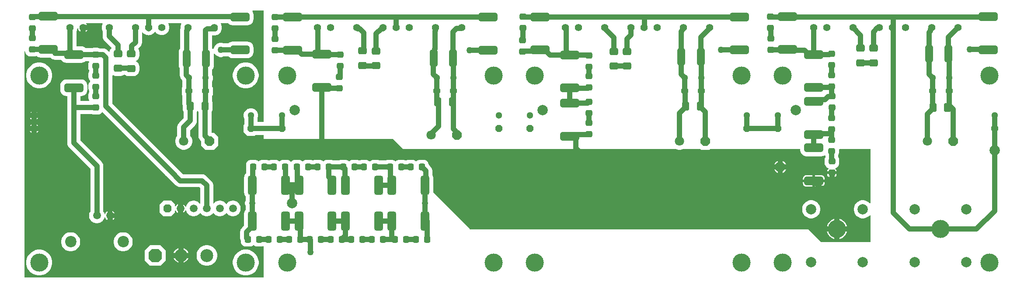
<source format=gbr>
%TF.GenerationSoftware,Altium Limited,Altium Designer,21.6.4 (81)*%
G04 Layer_Physical_Order=1*
G04 Layer_Color=255*
%FSLAX45Y45*%
%MOMM*%
%TF.SameCoordinates,E19561C2-E2DB-472D-B720-4EF24A879867*%
%TF.FilePolarity,Positive*%
%TF.FileFunction,Copper,L1,Top,Signal*%
%TF.Part,Single*%
G01*
G75*
%TA.AperFunction,SMDPad,CuDef*%
G04:AMPARAMS|DCode=10|XSize=3.7mm|YSize=1.7mm|CornerRadius=0.425mm|HoleSize=0mm|Usage=FLASHONLY|Rotation=90.000|XOffset=0mm|YOffset=0mm|HoleType=Round|Shape=RoundedRectangle|*
%AMROUNDEDRECTD10*
21,1,3.70000,0.85000,0,0,90.0*
21,1,2.85000,1.70000,0,0,90.0*
1,1,0.85000,0.42500,1.42500*
1,1,0.85000,0.42500,-1.42500*
1,1,0.85000,-0.42500,-1.42500*
1,1,0.85000,-0.42500,1.42500*
%
%ADD10ROUNDEDRECTD10*%
G04:AMPARAMS|DCode=11|XSize=1.2mm|YSize=1.3mm|CornerRadius=0.3mm|HoleSize=0mm|Usage=FLASHONLY|Rotation=90.000|XOffset=0mm|YOffset=0mm|HoleType=Round|Shape=RoundedRectangle|*
%AMROUNDEDRECTD11*
21,1,1.20000,0.70000,0,0,90.0*
21,1,0.60000,1.30000,0,0,90.0*
1,1,0.60000,0.35000,0.30000*
1,1,0.60000,0.35000,-0.30000*
1,1,0.60000,-0.35000,-0.30000*
1,1,0.60000,-0.35000,0.30000*
%
%ADD11ROUNDEDRECTD11*%
G04:AMPARAMS|DCode=12|XSize=3.3mm|YSize=1.5mm|CornerRadius=0.375mm|HoleSize=0mm|Usage=FLASHONLY|Rotation=90.000|XOffset=0mm|YOffset=0mm|HoleType=Round|Shape=RoundedRectangle|*
%AMROUNDEDRECTD12*
21,1,3.30000,0.75000,0,0,90.0*
21,1,2.55000,1.50000,0,0,90.0*
1,1,0.75000,0.37500,1.27500*
1,1,0.75000,0.37500,-1.27500*
1,1,0.75000,-0.37500,-1.27500*
1,1,0.75000,-0.37500,1.27500*
%
%ADD12ROUNDEDRECTD12*%
G04:AMPARAMS|DCode=13|XSize=1.2mm|YSize=1.3mm|CornerRadius=0.3mm|HoleSize=0mm|Usage=FLASHONLY|Rotation=180.000|XOffset=0mm|YOffset=0mm|HoleType=Round|Shape=RoundedRectangle|*
%AMROUNDEDRECTD13*
21,1,1.20000,0.70000,0,0,180.0*
21,1,0.60000,1.30000,0,0,180.0*
1,1,0.60000,-0.30000,0.35000*
1,1,0.60000,0.30000,0.35000*
1,1,0.60000,0.30000,-0.35000*
1,1,0.60000,-0.30000,-0.35000*
%
%ADD13ROUNDEDRECTD13*%
G04:AMPARAMS|DCode=14|XSize=3.7mm|YSize=1.7mm|CornerRadius=0.425mm|HoleSize=0mm|Usage=FLASHONLY|Rotation=180.000|XOffset=0mm|YOffset=0mm|HoleType=Round|Shape=RoundedRectangle|*
%AMROUNDEDRECTD14*
21,1,3.70000,0.85000,0,0,180.0*
21,1,2.85000,1.70000,0,0,180.0*
1,1,0.85000,-1.42500,0.42500*
1,1,0.85000,1.42500,0.42500*
1,1,0.85000,1.42500,-0.42500*
1,1,0.85000,-1.42500,-0.42500*
%
%ADD14ROUNDEDRECTD14*%
G04:AMPARAMS|DCode=15|XSize=1.7mm|YSize=1.4mm|CornerRadius=0.35mm|HoleSize=0mm|Usage=FLASHONLY|Rotation=180.000|XOffset=0mm|YOffset=0mm|HoleType=Round|Shape=RoundedRectangle|*
%AMROUNDEDRECTD15*
21,1,1.70000,0.70000,0,0,180.0*
21,1,1.00000,1.40000,0,0,180.0*
1,1,0.70000,-0.50000,0.35000*
1,1,0.70000,0.50000,0.35000*
1,1,0.70000,0.50000,-0.35000*
1,1,0.70000,-0.50000,-0.35000*
%
%ADD15ROUNDEDRECTD15*%
G04:AMPARAMS|DCode=16|XSize=1.7mm|YSize=1.4mm|CornerRadius=0.35mm|HoleSize=0mm|Usage=FLASHONLY|Rotation=90.000|XOffset=0mm|YOffset=0mm|HoleType=Round|Shape=RoundedRectangle|*
%AMROUNDEDRECTD16*
21,1,1.70000,0.70000,0,0,90.0*
21,1,1.00000,1.40000,0,0,90.0*
1,1,0.70000,0.35000,0.50000*
1,1,0.70000,0.35000,-0.50000*
1,1,0.70000,-0.35000,-0.50000*
1,1,0.70000,-0.35000,0.50000*
%
%ADD16ROUNDEDRECTD16*%
%TA.AperFunction,Conductor*%
%ADD17C,1.00000*%
%TA.AperFunction,ComponentPad*%
%ADD18C,1.42240*%
%ADD19C,2.00000*%
G04:AMPARAMS|DCode=20|XSize=1.8mm|YSize=1.8mm|CornerRadius=0mm|HoleSize=0mm|Usage=FLASHONLY|Rotation=180.000|XOffset=0mm|YOffset=0mm|HoleType=Round|Shape=Octagon|*
%AMOCTAGOND20*
4,1,8,-0.90000,0.45000,-0.90000,-0.45000,-0.45000,-0.90000,0.45000,-0.90000,0.90000,-0.45000,0.90000,0.45000,0.45000,0.90000,-0.45000,0.90000,-0.90000,0.45000,0.0*
%
%ADD20OCTAGOND20*%

%ADD21C,1.80000*%
%ADD22C,1.50000*%
G04:AMPARAMS|DCode=23|XSize=1.5mm|YSize=1.5mm|CornerRadius=0mm|HoleSize=0mm|Usage=FLASHONLY|Rotation=180.000|XOffset=0mm|YOffset=0mm|HoleType=Round|Shape=Octagon|*
%AMOCTAGOND23*
4,1,8,-0.75000,0.37500,-0.75000,-0.37500,-0.37500,-0.75000,0.37500,-0.75000,0.75000,-0.37500,0.75000,0.37500,0.37500,0.75000,-0.37500,0.75000,-0.75000,0.37500,0.0*
%
%ADD23OCTAGOND23*%

%ADD24C,2.20000*%
G04:AMPARAMS|DCode=25|XSize=1.3mm|YSize=1.3mm|CornerRadius=0mm|HoleSize=0mm|Usage=FLASHONLY|Rotation=270.000|XOffset=0mm|YOffset=0mm|HoleType=Round|Shape=Octagon|*
%AMOCTAGOND25*
4,1,8,-0.32500,-0.65000,0.32500,-0.65000,0.65000,-0.32500,0.65000,0.32500,0.32500,0.65000,-0.32500,0.65000,-0.65000,0.32500,-0.65000,-0.32500,-0.32500,-0.65000,0.0*
%
%ADD25OCTAGOND25*%

%ADD26C,1.30000*%
%ADD27C,3.50000*%
%TA.AperFunction,ViaPad*%
%ADD28C,3.50000*%
%TA.AperFunction,ComponentPad*%
G04:AMPARAMS|DCode=29|XSize=2.5mm|YSize=2.5mm|CornerRadius=0mm|HoleSize=0mm|Usage=FLASHONLY|Rotation=0.000|XOffset=0mm|YOffset=0mm|HoleType=Round|Shape=Octagon|*
%AMOCTAGOND29*
4,1,8,1.25000,-0.62500,1.25000,0.62500,0.62500,1.25000,-0.62500,1.25000,-1.25000,0.62500,-1.25000,-0.62500,-0.62500,-1.25000,0.62500,-1.25000,1.25000,-0.62500,0.0*
%
%ADD29OCTAGOND29*%

%ADD30C,2.50000*%
%TA.AperFunction,ViaPad*%
%ADD31C,0.80000*%
%ADD32C,1.27000*%
G36*
X4694920Y-2227921D02*
X4576079D01*
Y-2161625D01*
X4580459Y-2154038D01*
X4590000Y-2118431D01*
Y-2081569D01*
X4580459Y-2045962D01*
X4562028Y-2014038D01*
X4535962Y-1987972D01*
X4504038Y-1969541D01*
X4468431Y-1960000D01*
X4431569D01*
X4395962Y-1969541D01*
X4364038Y-1987972D01*
X4337973Y-2014038D01*
X4319541Y-2045962D01*
X4310000Y-2081569D01*
Y-2118431D01*
X4319541Y-2154038D01*
X4323922Y-2161625D01*
Y-2270079D01*
X4310000Y-2284000D01*
Y-2424000D01*
X4380000Y-2494000D01*
X4520000D01*
X4533921Y-2480079D01*
X4694920D01*
Y-2555080D01*
X7194920D01*
X7394920Y-2755080D01*
X12693231D01*
X12701871Y-2758659D01*
X12733749Y-2765000D01*
X12766251D01*
X12798129Y-2758659D01*
X12806769Y-2755080D01*
X13157581D01*
X13167500Y-2765000D01*
X13332500D01*
X13342419Y-2755080D01*
X15088986D01*
Y-2772500D01*
X15093024Y-2803173D01*
X15104865Y-2831757D01*
X15123698Y-2856302D01*
X15148244Y-2875136D01*
X15176826Y-2886975D01*
X15207500Y-2891014D01*
X15492500D01*
X15523174Y-2886975D01*
X15551756Y-2875136D01*
X15556874Y-2871209D01*
X15569142Y-2874496D01*
X15570483Y-2877733D01*
X15572391Y-2880220D01*
Y-2910691D01*
X15562444Y-2934710D01*
X15558833Y-2962120D01*
Y-3022120D01*
X15562444Y-3049530D01*
X15573022Y-3075073D01*
X15589853Y-3097007D01*
X15611787Y-3113837D01*
X15632336Y-3122349D01*
X15634486Y-3135815D01*
X15634377Y-3136261D01*
X15625087Y-3142467D01*
X15612930Y-3160660D01*
X15608662Y-3182120D01*
Y-3187120D01*
X15699741D01*
X15790817D01*
Y-3182120D01*
X15786549Y-3160660D01*
X15774393Y-3142467D01*
X15765105Y-3136261D01*
X15764993Y-3135815D01*
X15767143Y-3122349D01*
X15787692Y-3113837D01*
X15809627Y-3097007D01*
X15826457Y-3075073D01*
X15837038Y-3049530D01*
X15840646Y-3022120D01*
Y-2962120D01*
X15837038Y-2934710D01*
X15826457Y-2909167D01*
X15824548Y-2906680D01*
Y-2876209D01*
X15834497Y-2852190D01*
X15838106Y-2824780D01*
Y-2764780D01*
X15838086Y-2764628D01*
X15846460Y-2755080D01*
X16444920D01*
Y-3799484D01*
X16432220Y-3804733D01*
X16411555Y-3784068D01*
X16382893Y-3764917D01*
X16351047Y-3751725D01*
X16317236Y-3745000D01*
X16282764D01*
X16248953Y-3751725D01*
X16217107Y-3764917D01*
X16188445Y-3784068D01*
X16164069Y-3808444D01*
X16144917Y-3837106D01*
X16131725Y-3868954D01*
X16125000Y-3902764D01*
Y-3937236D01*
X16131725Y-3971046D01*
X16144917Y-4002894D01*
X16164069Y-4031556D01*
X16188445Y-4055932D01*
X16217107Y-4075083D01*
X16248953Y-4088275D01*
X16282764Y-4095000D01*
X16317236D01*
X16351047Y-4088275D01*
X16382893Y-4075083D01*
X16411555Y-4055932D01*
X16432220Y-4035268D01*
X16444920Y-4040516D01*
Y-4555080D01*
X15494920D01*
X15244920Y-4305080D01*
X8694920D01*
X7981014Y-3591174D01*
Y-3307500D01*
X7976976Y-3276827D01*
X7965136Y-3248243D01*
X7962461Y-3244757D01*
Y-3176384D01*
X7962461Y-3176382D01*
X7958165Y-3143751D01*
X7945570Y-3113343D01*
X7925533Y-3087231D01*
X7925532Y-3087230D01*
X7894785Y-3056483D01*
X7892297Y-3037590D01*
X7881717Y-3012047D01*
X7864887Y-2990113D01*
X7842953Y-2973283D01*
X7817410Y-2962703D01*
X7790000Y-2959094D01*
X7730000D01*
X7702590Y-2962703D01*
X7677047Y-2973283D01*
X7655113Y-2990113D01*
X7644886D01*
X7622953Y-2973283D01*
X7597410Y-2962703D01*
X7570000Y-2959094D01*
X7510000D01*
X7482590Y-2962703D01*
X7457047Y-2973283D01*
X7456215Y-2973921D01*
X7443785D01*
X7442953Y-2973283D01*
X7417410Y-2962703D01*
X7390000Y-2959094D01*
X7330000D01*
X7302590Y-2962703D01*
X7277047Y-2973283D01*
X7255114Y-2990113D01*
X7244886D01*
X7222953Y-2973283D01*
X7197410Y-2962703D01*
X7170000Y-2959094D01*
X7110000D01*
X7082590Y-2962703D01*
X7057047Y-2973283D01*
X7056215Y-2973921D01*
X6943785D01*
X6942953Y-2973283D01*
X6917410Y-2962703D01*
X6890000Y-2959094D01*
X6830000D01*
X6802590Y-2962703D01*
X6777047Y-2973283D01*
X6758752Y-2987321D01*
X6750000Y-2989084D01*
X6741248Y-2987321D01*
X6722953Y-2973283D01*
X6697410Y-2962703D01*
X6670000Y-2959094D01*
X6610000D01*
X6582590Y-2962703D01*
X6557047Y-2973283D01*
X6556215Y-2973921D01*
X6543785D01*
X6542953Y-2973283D01*
X6517410Y-2962703D01*
X6490000Y-2959094D01*
X6430000D01*
X6402590Y-2962703D01*
X6377047Y-2973283D01*
X6355114Y-2990113D01*
X6344886D01*
X6322953Y-2973283D01*
X6297410Y-2962703D01*
X6270000Y-2959094D01*
X6210000D01*
X6182590Y-2962703D01*
X6157047Y-2973283D01*
X6156215Y-2973921D01*
X6043785D01*
X6042953Y-2973283D01*
X6017410Y-2962703D01*
X5990000Y-2959094D01*
X5930000D01*
X5902590Y-2962703D01*
X5877047Y-2973283D01*
X5855114Y-2990113D01*
X5844886D01*
X5822953Y-2973283D01*
X5797410Y-2962703D01*
X5770000Y-2959094D01*
X5710000D01*
X5682590Y-2962703D01*
X5657047Y-2973283D01*
X5656215Y-2973921D01*
X5643785D01*
X5642953Y-2973283D01*
X5617410Y-2962703D01*
X5590000Y-2959094D01*
X5530000D01*
X5502589Y-2962703D01*
X5477047Y-2973283D01*
X5455113Y-2990113D01*
X5444886D01*
X5422953Y-2973283D01*
X5397410Y-2962703D01*
X5370000Y-2959094D01*
X5310000D01*
X5282589Y-2962703D01*
X5257047Y-2973283D01*
X5235113Y-2990113D01*
X5231350Y-2995017D01*
X5218650D01*
X5214887Y-2990113D01*
X5192953Y-2973283D01*
X5167410Y-2962703D01*
X5140000Y-2959094D01*
X5080000D01*
X5052590Y-2962703D01*
X5027047Y-2973283D01*
X5008752Y-2987321D01*
X5000000Y-2989084D01*
X4991248Y-2987321D01*
X4972953Y-2973283D01*
X4947410Y-2962703D01*
X4920000Y-2959094D01*
X4860000D01*
X4832590Y-2962703D01*
X4807047Y-2973283D01*
X4806215Y-2973921D01*
X4793785D01*
X4792953Y-2973283D01*
X4767410Y-2962703D01*
X4740000Y-2959094D01*
X4680000D01*
X4652590Y-2962703D01*
X4627047Y-2973283D01*
X4605113Y-2990113D01*
X4594886D01*
X4572953Y-2973283D01*
X4547410Y-2962703D01*
X4520000Y-2959094D01*
X4460000D01*
X4432590Y-2962703D01*
X4407047Y-2973283D01*
X4385113Y-2990113D01*
X4368283Y-3012047D01*
X4357702Y-3037590D01*
X4354094Y-3065000D01*
Y-3135000D01*
X4357702Y-3162410D01*
X4358921Y-3165353D01*
Y-3219690D01*
X4353698Y-3223698D01*
X4334864Y-3248243D01*
X4323024Y-3276827D01*
X4318986Y-3307500D01*
Y-3592500D01*
X4323024Y-3623174D01*
X4334864Y-3651757D01*
X4351421Y-3673335D01*
Y-3737044D01*
X4345938Y-3746541D01*
X4336500Y-3781766D01*
Y-3818234D01*
X4345938Y-3853459D01*
X4351421Y-3862956D01*
Y-3926665D01*
X4334864Y-3948243D01*
X4323024Y-3976826D01*
X4318986Y-4007500D01*
Y-4232712D01*
X4280472Y-4271226D01*
X4260436Y-4297337D01*
X4247840Y-4327745D01*
X4243544Y-4360377D01*
Y-4479624D01*
X4247840Y-4512255D01*
X4254094Y-4527352D01*
Y-4535000D01*
X4257702Y-4562411D01*
X4268283Y-4587953D01*
X4285113Y-4609887D01*
X4307047Y-4626718D01*
X4332590Y-4637298D01*
X4360000Y-4640906D01*
X4420000D01*
X4447410Y-4637298D01*
X4472953Y-4626718D01*
X4491248Y-4612680D01*
X4500000Y-4610917D01*
X4508752Y-4612680D01*
X4527047Y-4626718D01*
X4552590Y-4637298D01*
X4580000Y-4640906D01*
X4640000D01*
X4667410Y-4637298D01*
X4682220Y-4631163D01*
X4694920Y-4639649D01*
Y-5236276D01*
X63725D01*
X63724Y-857217D01*
X76424Y-856385D01*
X79342Y-878550D01*
X89923Y-904093D01*
X106753Y-926027D01*
X128687Y-942857D01*
X154230Y-953438D01*
X181640Y-957046D01*
X251640D01*
X279050Y-953438D01*
X294769Y-946927D01*
X318943Y-965476D01*
X347526Y-977316D01*
X378200Y-981354D01*
X566239D01*
X569429Y-985511D01*
X595540Y-1005547D01*
X625948Y-1018143D01*
X658580Y-1022439D01*
X775373D01*
X775944Y-1023817D01*
X794778Y-1048362D01*
X819323Y-1067196D01*
X847906Y-1079035D01*
X878580Y-1083074D01*
X1163580D01*
X1194254Y-1079035D01*
X1222837Y-1067196D01*
X1244897Y-1050269D01*
X1311696D01*
X1317313Y-1061659D01*
X1316003Y-1063367D01*
X1305423Y-1088910D01*
X1301814Y-1116320D01*
Y-1176320D01*
X1305423Y-1203730D01*
X1316003Y-1229273D01*
X1316641Y-1230105D01*
Y-1246737D01*
X1307963Y-1267690D01*
X1304354Y-1295100D01*
Y-1355100D01*
X1307963Y-1382510D01*
X1318543Y-1408053D01*
X1332581Y-1426348D01*
X1334344Y-1435100D01*
X1332581Y-1443852D01*
X1318543Y-1462147D01*
X1307963Y-1487690D01*
X1304354Y-1515100D01*
Y-1575100D01*
X1307963Y-1602510D01*
X1318543Y-1628053D01*
X1319181Y-1628885D01*
Y-1645955D01*
X1318543Y-1646787D01*
X1307963Y-1672330D01*
X1304354Y-1699740D01*
Y-1759740D01*
X1307963Y-1787150D01*
X1317825Y-1810961D01*
X1312917Y-1823661D01*
X1147159D01*
Y-1723074D01*
X1163580D01*
X1194254Y-1719036D01*
X1222837Y-1707196D01*
X1247382Y-1688362D01*
X1266216Y-1663817D01*
X1278056Y-1635234D01*
X1282094Y-1604560D01*
Y-1519560D01*
X1278056Y-1488887D01*
X1266216Y-1460303D01*
X1247382Y-1435758D01*
X1222837Y-1416924D01*
X1194254Y-1405085D01*
X1163580Y-1401046D01*
X878580D01*
X847906Y-1405085D01*
X819323Y-1416924D01*
X794778Y-1435758D01*
X775944Y-1460303D01*
X764104Y-1488887D01*
X760066Y-1519560D01*
Y-1604560D01*
X764104Y-1635234D01*
X775944Y-1663817D01*
X794778Y-1688362D01*
X819323Y-1707196D01*
X847906Y-1719036D01*
X878580Y-1723074D01*
X895001D01*
Y-1954425D01*
Y-2636520D01*
X899297Y-2669152D01*
X911893Y-2699559D01*
X931929Y-2725671D01*
X1340922Y-3134664D01*
X1340921Y-3960697D01*
X1334072Y-3970948D01*
X1322765Y-3998247D01*
X1317000Y-4027226D01*
Y-4056774D01*
X1322765Y-4085753D01*
X1334072Y-4113052D01*
X1350488Y-4137619D01*
X1371381Y-4158513D01*
X1395948Y-4174928D01*
X1423247Y-4186235D01*
X1452226Y-4192000D01*
X1481774D01*
X1510753Y-4186235D01*
X1538052Y-4174928D01*
X1562619Y-4158513D01*
X1583513Y-4137619D01*
X1599928Y-4113052D01*
X1611236Y-4085753D01*
X1613286Y-4075445D01*
X1626320Y-4075018D01*
X1627815Y-4080598D01*
X1640980Y-4103401D01*
X1659599Y-4122020D01*
X1671001Y-4128603D01*
Y-4042001D01*
Y-3955397D01*
X1659599Y-3961980D01*
X1640980Y-3980599D01*
X1627815Y-4003402D01*
X1626320Y-4008982D01*
X1613286Y-4008555D01*
X1611236Y-3998247D01*
X1599928Y-3970948D01*
X1593079Y-3960698D01*
X1593079Y-3082440D01*
X1588783Y-3049809D01*
X1576188Y-3019401D01*
X1556152Y-2993289D01*
X1147159Y-2584296D01*
Y-2075819D01*
X1367836D01*
X1382850Y-2082037D01*
X1410260Y-2085646D01*
X1480260D01*
X1507670Y-2082037D01*
X1533213Y-2071457D01*
X1555147Y-2054627D01*
X1564384Y-2042588D01*
X1581240Y-2041484D01*
X2803435Y-3263678D01*
X2803440Y-3263682D01*
X2994408Y-3454650D01*
X2994409Y-3454651D01*
X3020521Y-3474687D01*
X3050929Y-3487283D01*
X3083560Y-3491579D01*
X3450436D01*
X3468021Y-3509164D01*
Y-3802575D01*
X3460678Y-3806299D01*
X3455321Y-3807069D01*
X3435719Y-3787467D01*
X3411152Y-3771052D01*
X3383853Y-3759745D01*
X3354874Y-3753980D01*
X3325326D01*
X3296347Y-3759745D01*
X3269048Y-3771052D01*
X3244481Y-3787467D01*
X3223587Y-3808361D01*
X3207172Y-3832928D01*
X3195865Y-3860227D01*
X3193814Y-3870535D01*
X3180780Y-3870962D01*
X3179285Y-3865382D01*
X3166120Y-3842579D01*
X3147501Y-3823960D01*
X3136100Y-3817378D01*
Y-3903979D01*
Y-3990582D01*
X3147501Y-3984000D01*
X3166120Y-3965381D01*
X3179285Y-3942578D01*
X3180780Y-3936998D01*
X3193814Y-3937425D01*
X3195865Y-3947733D01*
X3207172Y-3975032D01*
X3223587Y-3999599D01*
X3244481Y-4020493D01*
X3269048Y-4036908D01*
X3296347Y-4048215D01*
X3325326Y-4053980D01*
X3354874D01*
X3383853Y-4048215D01*
X3411152Y-4036908D01*
X3435719Y-4020493D01*
X3456613Y-3999599D01*
X3460750Y-3993407D01*
X3473450D01*
X3477587Y-3999599D01*
X3498481Y-4020493D01*
X3523048Y-4036908D01*
X3550347Y-4048215D01*
X3579326Y-4053980D01*
X3608874D01*
X3637853Y-4048215D01*
X3665152Y-4036908D01*
X3689719Y-4020493D01*
X3710613Y-3999599D01*
X3714750Y-3993407D01*
X3727450D01*
X3731587Y-3999599D01*
X3752481Y-4020493D01*
X3777048Y-4036908D01*
X3804347Y-4048215D01*
X3833326Y-4053980D01*
X3862874D01*
X3891853Y-4048215D01*
X3919152Y-4036908D01*
X3943719Y-4020493D01*
X3964613Y-3999599D01*
X3968750Y-3993407D01*
X3981450D01*
X3985587Y-3999599D01*
X4006481Y-4020493D01*
X4031048Y-4036908D01*
X4058347Y-4048215D01*
X4087326Y-4053980D01*
X4116874D01*
X4145853Y-4048215D01*
X4173152Y-4036908D01*
X4197719Y-4020493D01*
X4218613Y-3999599D01*
X4235028Y-3975032D01*
X4246335Y-3947733D01*
X4252100Y-3918754D01*
Y-3889206D01*
X4246335Y-3860227D01*
X4235028Y-3832928D01*
X4218613Y-3808361D01*
X4197719Y-3787467D01*
X4173152Y-3771052D01*
X4145853Y-3759745D01*
X4116874Y-3753980D01*
X4087326D01*
X4058347Y-3759745D01*
X4031048Y-3771052D01*
X4006481Y-3787467D01*
X3985587Y-3808361D01*
X3981450Y-3814553D01*
X3968750D01*
X3964613Y-3808361D01*
X3943719Y-3787467D01*
X3919152Y-3771052D01*
X3891853Y-3759745D01*
X3862874Y-3753980D01*
X3833326D01*
X3804347Y-3759745D01*
X3777048Y-3771052D01*
X3752481Y-3787467D01*
X3732879Y-3807069D01*
X3727522Y-3806299D01*
X3720179Y-3802575D01*
Y-3456940D01*
X3715883Y-3424308D01*
X3703287Y-3393901D01*
X3683251Y-3367789D01*
X3591811Y-3276349D01*
X3565699Y-3256313D01*
X3535292Y-3243717D01*
X3502660Y-3239421D01*
X3135784D01*
X2981739Y-3085376D01*
X2981733Y-3085372D01*
X1769459Y-1873097D01*
Y-1332931D01*
X1782159Y-1324445D01*
X1798344Y-1331149D01*
X1827060Y-1334929D01*
X1927060D01*
X1955776Y-1331149D01*
X1982535Y-1320065D01*
X1989059Y-1315059D01*
X2013211D01*
X2023045Y-1322605D01*
X2049804Y-1333689D01*
X2078520Y-1337469D01*
X2178520D01*
X2207236Y-1333689D01*
X2233995Y-1322605D01*
X2256973Y-1304973D01*
X2274605Y-1281995D01*
X2285689Y-1255236D01*
X2289469Y-1226520D01*
Y-1156520D01*
X2285689Y-1127804D01*
X2274605Y-1101046D01*
X2256973Y-1078067D01*
X2233995Y-1060435D01*
X2223029Y-1055893D01*
Y-1042147D01*
X2233995Y-1037605D01*
X2256973Y-1019973D01*
X2274605Y-996994D01*
X2285689Y-970236D01*
X2289469Y-941520D01*
Y-871520D01*
X2285689Y-842804D01*
X2274605Y-816045D01*
X2268436Y-808006D01*
X2302611Y-773831D01*
X2322648Y-747719D01*
X2335243Y-717311D01*
X2339539Y-684680D01*
X2339539Y-684678D01*
Y-492395D01*
X2350917Y-488826D01*
X2352239Y-488784D01*
X2379160Y-515705D01*
X2412480Y-534942D01*
X2426816Y-538784D01*
X2434829Y-542103D01*
X2443427Y-543234D01*
X2449643Y-544900D01*
X2456079D01*
X2467460Y-546398D01*
X2478842Y-544900D01*
X2488117D01*
X2497076Y-542500D01*
X2500092Y-542103D01*
X2502902Y-540938D01*
X2525280Y-534942D01*
X2558600Y-515705D01*
X2585805Y-488500D01*
X2589530Y-482048D01*
X2602230D01*
X2605955Y-488500D01*
X2633160Y-515705D01*
X2666480Y-534942D01*
X2703643Y-544900D01*
X2742117D01*
X2779280Y-534942D01*
X2812600Y-515705D01*
X2839805Y-488500D01*
X2859042Y-455180D01*
X2869000Y-418017D01*
Y-379543D01*
X2859042Y-342380D01*
X2847488Y-322367D01*
X2853838Y-311369D01*
X3099922D01*
X3106272Y-322367D01*
X3094718Y-342380D01*
X3084760Y-379543D01*
Y-417648D01*
X3081657Y-425138D01*
X3077361Y-457770D01*
Y-803897D01*
X3067672Y-816525D01*
X3056336Y-843892D01*
X3052469Y-873260D01*
Y-1128260D01*
X3056336Y-1157628D01*
X3067672Y-1184995D01*
X3074321Y-1193661D01*
Y-1317282D01*
X3078617Y-1349914D01*
X3091213Y-1380322D01*
X3111249Y-1406433D01*
X3114302Y-1409486D01*
X3119541Y-1429038D01*
X3123921Y-1436625D01*
Y-1545078D01*
X3110000Y-1559000D01*
Y-1699000D01*
X3123921Y-1712921D01*
Y-1881440D01*
X3128217Y-1914072D01*
X3130391Y-1919320D01*
Y-1972780D01*
X3134171Y-2001496D01*
X3145255Y-2028255D01*
X3150261Y-2034779D01*
Y-2152672D01*
X3060849Y-2242085D01*
X3040813Y-2268196D01*
X3028217Y-2298604D01*
X3023921Y-2331236D01*
Y-2492733D01*
X3021836Y-2494818D01*
X3003779Y-2521843D01*
X2991341Y-2551871D01*
X2985000Y-2583749D01*
Y-2616251D01*
X2991341Y-2648129D01*
X3003779Y-2678157D01*
X3021836Y-2705181D01*
X3044819Y-2728164D01*
X3071843Y-2746221D01*
X3101871Y-2758659D01*
X3133749Y-2765000D01*
X3166251D01*
X3198129Y-2758659D01*
X3228157Y-2746221D01*
X3255181Y-2728164D01*
X3278164Y-2705181D01*
X3296221Y-2678157D01*
X3308659Y-2648129D01*
X3315000Y-2616251D01*
Y-2583749D01*
X3308659Y-2551871D01*
X3296221Y-2521843D01*
X3278164Y-2494818D01*
X3276079Y-2492733D01*
Y-2383460D01*
X3365491Y-2294047D01*
X3385527Y-2267936D01*
X3398123Y-2237528D01*
X3402419Y-2204896D01*
Y-2034779D01*
X3407425Y-2028255D01*
X3411967Y-2017289D01*
X3425713D01*
X3430255Y-2028255D01*
X3435261Y-2034779D01*
Y-2495630D01*
X3439557Y-2528261D01*
X3452153Y-2558669D01*
X3472189Y-2584781D01*
X3485000Y-2597592D01*
Y-2682500D01*
X3567500Y-2765000D01*
X3732500D01*
X3815000Y-2682500D01*
Y-2517500D01*
X3732500Y-2435000D01*
X3687419D01*
Y-2034779D01*
X3692425Y-2028255D01*
X3703509Y-2001496D01*
X3707289Y-1972780D01*
Y-1872780D01*
X3703509Y-1844064D01*
X3694249Y-1821709D01*
Y-1719751D01*
X3715000Y-1699000D01*
Y-1559000D01*
X3701079Y-1545079D01*
Y-1436625D01*
X3705459Y-1429038D01*
X3715000Y-1393431D01*
Y-1356569D01*
X3705459Y-1320962D01*
X3701079Y-1313375D01*
Y-1208570D01*
X3701176Y-1208496D01*
X3719208Y-1184995D01*
X3730544Y-1157628D01*
X3734411Y-1128260D01*
Y-905338D01*
X3747111Y-901935D01*
X3755013Y-915621D01*
X3780799Y-941408D01*
X3812381Y-959641D01*
X3847606Y-969080D01*
X3884074D01*
X3919299Y-959641D01*
X3924465Y-956659D01*
X4012787D01*
X4012958Y-956882D01*
X4037503Y-975716D01*
X4066086Y-987556D01*
X4096760Y-991594D01*
X4381760D01*
X4412434Y-987556D01*
X4441017Y-975716D01*
X4465562Y-956882D01*
X4484396Y-932337D01*
X4496236Y-903754D01*
X4500274Y-873080D01*
Y-788080D01*
X4496236Y-757406D01*
X4484396Y-728823D01*
X4465562Y-704278D01*
X4441017Y-685444D01*
X4412434Y-673604D01*
X4381760Y-669566D01*
X4096760D01*
X4066086Y-673604D01*
X4037503Y-685444D01*
X4012958Y-704278D01*
X4012787Y-704501D01*
X3924465D01*
X3919299Y-701519D01*
X3884074Y-692080D01*
X3847606D01*
X3812381Y-701519D01*
X3780799Y-719752D01*
X3755013Y-745539D01*
X3736779Y-777121D01*
X3728549Y-807835D01*
X3716314Y-811306D01*
X3715118Y-811193D01*
X3701176Y-793024D01*
X3701079Y-792950D01*
Y-547719D01*
X3756660D01*
X3789292Y-543423D01*
X3819699Y-530827D01*
X3845811Y-510791D01*
X3865847Y-484679D01*
X3878443Y-454272D01*
X3881492Y-431109D01*
X3885000Y-418017D01*
Y-379543D01*
X3875042Y-342380D01*
X3863488Y-322367D01*
X3869838Y-311369D01*
X4008728D01*
X4012958Y-316882D01*
X4037503Y-335716D01*
X4066086Y-347555D01*
X4096760Y-351594D01*
X4381760D01*
X4412434Y-347555D01*
X4441017Y-335716D01*
X4465562Y-316882D01*
X4484396Y-292337D01*
X4496236Y-263753D01*
X4500274Y-233080D01*
Y-148080D01*
X4496236Y-117406D01*
X4484396Y-88823D01*
X4474882Y-76424D01*
X4481145Y-63724D01*
X4694920D01*
Y-2227921D01*
D02*
G37*
G36*
X1582272Y-322367D02*
X1570718Y-342380D01*
X1560760Y-379543D01*
Y-418017D01*
X1570718Y-455180D01*
X1579381Y-470186D01*
Y-567540D01*
X1583677Y-600172D01*
X1596273Y-630580D01*
X1616309Y-656691D01*
X1747387Y-787769D01*
Y-792118D01*
X1730975Y-813505D01*
X1719891Y-840264D01*
X1716997Y-862252D01*
X1703588Y-866804D01*
X1673952Y-837169D01*
X1647841Y-817132D01*
X1617433Y-804537D01*
X1584801Y-800241D01*
X1520144D01*
X1505130Y-794023D01*
X1477720Y-790414D01*
X1407720D01*
X1380310Y-794023D01*
X1370439Y-798111D01*
X1249188D01*
X1247382Y-795758D01*
X1222837Y-776924D01*
X1194254Y-765084D01*
X1163580Y-761046D01*
X1069539D01*
Y-475105D01*
X1081042Y-455180D01*
X1091000Y-418017D01*
Y-416615D01*
X1103700Y-414943D01*
X1109310Y-435881D01*
X1121965Y-457799D01*
X1139861Y-475695D01*
X1148880Y-480902D01*
Y-398780D01*
X1198880D01*
Y-348780D01*
X1281002D01*
X1275795Y-339761D01*
X1260103Y-324069D01*
X1263219Y-311369D01*
X1575922D01*
X1582272Y-322367D01*
D02*
G37*
%LPC*%
G36*
X374623Y-1075000D02*
X325378D01*
X277078Y-1084607D01*
X231581Y-1103453D01*
X190635Y-1130812D01*
X155813Y-1165634D01*
X128453Y-1206580D01*
X109608Y-1252077D01*
X100000Y-1300377D01*
Y-1349622D01*
X109608Y-1397922D01*
X128453Y-1443419D01*
X155813Y-1484365D01*
X190635Y-1519187D01*
X231581Y-1546547D01*
X277078Y-1565392D01*
X325378Y-1575000D01*
X374623D01*
X422923Y-1565392D01*
X468420Y-1546547D01*
X509366Y-1519187D01*
X544188Y-1484365D01*
X571547Y-1443419D01*
X590393Y-1397922D01*
X600000Y-1349622D01*
Y-1300377D01*
X590393Y-1252077D01*
X571547Y-1206580D01*
X544188Y-1165634D01*
X509366Y-1130812D01*
X468420Y-1103453D01*
X422923Y-1084607D01*
X374623Y-1075000D01*
D02*
G37*
G36*
X4374622Y-1075000D02*
X4325377D01*
X4277077Y-1084607D01*
X4231580Y-1103453D01*
X4190634Y-1130812D01*
X4155812Y-1165634D01*
X4128453Y-1206581D01*
X4109607Y-1252078D01*
X4100000Y-1300377D01*
Y-1349623D01*
X4109607Y-1397922D01*
X4128453Y-1443419D01*
X4155812Y-1484366D01*
X4190634Y-1519187D01*
X4231580Y-1546547D01*
X4277077Y-1565392D01*
X4325377Y-1575000D01*
X4374622D01*
X4422922Y-1565392D01*
X4468419Y-1546547D01*
X4509365Y-1519187D01*
X4544187Y-1484366D01*
X4571547Y-1443419D01*
X4590392Y-1397922D01*
X4600000Y-1349623D01*
Y-1300377D01*
X4590392Y-1252078D01*
X4571547Y-1206581D01*
X4544187Y-1165634D01*
X4509365Y-1130812D01*
X4468419Y-1103453D01*
X4422922Y-1084607D01*
X4374622Y-1075000D01*
D02*
G37*
G36*
X300001Y-2024945D02*
Y-2050001D01*
X325056D01*
X322018Y-2044739D01*
X305261Y-2027982D01*
X300001Y-2024945D01*
D02*
G37*
G36*
X200001Y-2024944D02*
X194739Y-2027982D01*
X177983Y-2044739D01*
X174945Y-2050001D01*
X200001D01*
Y-2024944D01*
D02*
G37*
G36*
X325055Y-2150001D02*
X300001D01*
Y-2175055D01*
X305261Y-2172018D01*
X322018Y-2155261D01*
X325055Y-2150001D01*
D02*
G37*
G36*
X200001D02*
X174946D01*
X177983Y-2155261D01*
X194739Y-2172018D01*
X200001Y-2175056D01*
Y-2150001D01*
D02*
G37*
G36*
X300001Y-2269001D02*
Y-2304001D01*
X335001D01*
X300001Y-2269001D01*
D02*
G37*
G36*
X200001Y-2268999D02*
X165000Y-2304001D01*
X200001D01*
Y-2268999D01*
D02*
G37*
G36*
X334999Y-2404001D02*
X300001D01*
Y-2438999D01*
X334999Y-2404001D01*
D02*
G37*
G36*
X200001D02*
X165001D01*
X200001Y-2439000D01*
Y-2404001D01*
D02*
G37*
G36*
X14750000Y-2984529D02*
Y-3050000D01*
X14815469D01*
X14800024Y-3023248D01*
X14776752Y-2999975D01*
X14750000Y-2984529D01*
D02*
G37*
G36*
X14650000D02*
X14623248Y-2999975D01*
X14599976Y-3023248D01*
X14584531Y-3050000D01*
X14650000D01*
Y-2984529D01*
D02*
G37*
G36*
X14815469Y-3150000D02*
X14750000D01*
Y-3215470D01*
X14776752Y-3200025D01*
X14800024Y-3176752D01*
X14815469Y-3150000D01*
D02*
G37*
G36*
X14650000D02*
X14584531D01*
X14599976Y-3176752D01*
X14623248Y-3200025D01*
X14650000Y-3215470D01*
Y-3150000D01*
D02*
G37*
G36*
X15790817Y-3237120D02*
X15724741D01*
Y-3298197D01*
X15734740D01*
X15756200Y-3293929D01*
X15774393Y-3281773D01*
X15786549Y-3263580D01*
X15790817Y-3242120D01*
Y-3237120D01*
D02*
G37*
G36*
X15674741D02*
X15608662D01*
Y-3242120D01*
X15612930Y-3263580D01*
X15625087Y-3281773D01*
X15643280Y-3293929D01*
X15664740Y-3298197D01*
X15674741D01*
Y-3237120D01*
D02*
G37*
G36*
X15492500Y-3259418D02*
X15375002D01*
Y-3345001D01*
X15560582D01*
Y-3327500D01*
X15558263Y-3309879D01*
X15551460Y-3293459D01*
X15540642Y-3279359D01*
X15526541Y-3268539D01*
X15510121Y-3261738D01*
X15492500Y-3259418D01*
D02*
G37*
G36*
X15325002D02*
X15207500D01*
X15189879Y-3261738D01*
X15173459Y-3268539D01*
X15159360Y-3279359D01*
X15148540Y-3293459D01*
X15141737Y-3309879D01*
X15139418Y-3327500D01*
Y-3345001D01*
X15325002D01*
Y-3259418D01*
D02*
G37*
G36*
X15560582Y-3395001D02*
X15375002D01*
Y-3480582D01*
X15492500D01*
X15510121Y-3478263D01*
X15526541Y-3471461D01*
X15540642Y-3460642D01*
X15551460Y-3446541D01*
X15558263Y-3430121D01*
X15560582Y-3412500D01*
Y-3395001D01*
D02*
G37*
G36*
X15325002D02*
X15139418D01*
Y-3412500D01*
X15141737Y-3430121D01*
X15148540Y-3446541D01*
X15159360Y-3460642D01*
X15173459Y-3471461D01*
X15189879Y-3478263D01*
X15207500Y-3480582D01*
X15325002D01*
Y-3395001D01*
D02*
G37*
G36*
X2907100Y-3753980D02*
X2757100D01*
X2682100Y-3828980D01*
Y-3978980D01*
X2757100Y-4053980D01*
X2907100D01*
X2982100Y-3978980D01*
Y-3949246D01*
X2994800Y-3945843D01*
X3006080Y-3965381D01*
X3024699Y-3984000D01*
X3036101Y-3990583D01*
Y-3903979D01*
Y-3817377D01*
X3024699Y-3823960D01*
X3006080Y-3842579D01*
X2994800Y-3862117D01*
X2982100Y-3858714D01*
Y-3828980D01*
X2907100Y-3753980D01*
D02*
G37*
G36*
X1771001Y-3955398D02*
Y-3992001D01*
X1807603D01*
X1801020Y-3980599D01*
X1782401Y-3961980D01*
X1771001Y-3955398D01*
D02*
G37*
G36*
X15317236Y-3745000D02*
X15282764D01*
X15248953Y-3751725D01*
X15217107Y-3764917D01*
X15188445Y-3784068D01*
X15164069Y-3808444D01*
X15144917Y-3837106D01*
X15131725Y-3868954D01*
X15125000Y-3902764D01*
Y-3937236D01*
X15131725Y-3971046D01*
X15144917Y-4002894D01*
X15164069Y-4031556D01*
X15188445Y-4055932D01*
X15217107Y-4075083D01*
X15248953Y-4088275D01*
X15282764Y-4095000D01*
X15317236D01*
X15351045Y-4088275D01*
X15382893Y-4075083D01*
X15411555Y-4055932D01*
X15435931Y-4031556D01*
X15455083Y-4002894D01*
X15468275Y-3971046D01*
X15475000Y-3937236D01*
Y-3902764D01*
X15468275Y-3868954D01*
X15455083Y-3837106D01*
X15435931Y-3808444D01*
X15411555Y-3784068D01*
X15382893Y-3764917D01*
X15351045Y-3751725D01*
X15317236Y-3745000D01*
D02*
G37*
G36*
X1807602Y-4092000D02*
X1771001D01*
Y-4128602D01*
X1782401Y-4122020D01*
X1801020Y-4103401D01*
X1807602Y-4092000D01*
D02*
G37*
G36*
X15849998Y-4106027D02*
Y-4250000D01*
X15993971D01*
X15992314Y-4241662D01*
X15977238Y-4205265D01*
X15955350Y-4172508D01*
X15927492Y-4144650D01*
X15894736Y-4122762D01*
X15858337Y-4107686D01*
X15849998Y-4106027D01*
D02*
G37*
G36*
X15749998Y-4106028D02*
X15741663Y-4107686D01*
X15705264Y-4122762D01*
X15672507Y-4144650D01*
X15644650Y-4172508D01*
X15622762Y-4205265D01*
X15607686Y-4241662D01*
X15606027Y-4250000D01*
X15749998D01*
Y-4106028D01*
D02*
G37*
G36*
Y-4349999D02*
X15606027D01*
X15607686Y-4358338D01*
X15622762Y-4394735D01*
X15644650Y-4427493D01*
X15672507Y-4455350D01*
X15705264Y-4477238D01*
X15741663Y-4492314D01*
X15749998Y-4493972D01*
Y-4349999D01*
D02*
G37*
G36*
X15993973D02*
X15849998D01*
Y-4493973D01*
X15858337Y-4492314D01*
X15894736Y-4477238D01*
X15927492Y-4455350D01*
X15955350Y-4427493D01*
X15977238Y-4394735D01*
X15992314Y-4358338D01*
X15993973Y-4349999D01*
D02*
G37*
G36*
X1993221Y-4365000D02*
X1956779D01*
X1921038Y-4372109D01*
X1887370Y-4386055D01*
X1857069Y-4406301D01*
X1831301Y-4432069D01*
X1811055Y-4462370D01*
X1797109Y-4496037D01*
X1790000Y-4531779D01*
Y-4568221D01*
X1797109Y-4603963D01*
X1811055Y-4637631D01*
X1831301Y-4667931D01*
X1857069Y-4693699D01*
X1887370Y-4713945D01*
X1921038Y-4727891D01*
X1956779Y-4735000D01*
X1993221D01*
X2028963Y-4727891D01*
X2062631Y-4713945D01*
X2092931Y-4693699D01*
X2118699Y-4667931D01*
X2138945Y-4637631D01*
X2152891Y-4603963D01*
X2160000Y-4568221D01*
Y-4531779D01*
X2152891Y-4496037D01*
X2138945Y-4462370D01*
X2118699Y-4432069D01*
X2092931Y-4406301D01*
X2062631Y-4386055D01*
X2028963Y-4372109D01*
X1993221Y-4365000D01*
D02*
G37*
G36*
X977221D02*
X940779D01*
X905038Y-4372109D01*
X871370Y-4386055D01*
X841069Y-4406301D01*
X815301Y-4432069D01*
X795055Y-4462370D01*
X781109Y-4496037D01*
X774000Y-4531779D01*
Y-4568221D01*
X781109Y-4603963D01*
X795055Y-4637631D01*
X815301Y-4667931D01*
X841069Y-4693699D01*
X871370Y-4713945D01*
X905038Y-4727891D01*
X940779Y-4735000D01*
X977221D01*
X1012963Y-4727891D01*
X1046631Y-4713945D01*
X1076931Y-4693699D01*
X1102699Y-4667931D01*
X1122945Y-4637631D01*
X1136891Y-4603963D01*
X1144000Y-4568221D01*
Y-4531779D01*
X1136891Y-4496037D01*
X1122945Y-4462370D01*
X1102699Y-4432069D01*
X1076931Y-4406301D01*
X1046631Y-4386055D01*
X1012963Y-4372109D01*
X977221Y-4365000D01*
D02*
G37*
G36*
X3147530Y-4672922D02*
Y-4764570D01*
X3239178D01*
X3230458Y-4743518D01*
X3214043Y-4718951D01*
X3193149Y-4698057D01*
X3168582Y-4681642D01*
X3147530Y-4672922D01*
D02*
G37*
G36*
X3047530D02*
X3026478Y-4681642D01*
X3001911Y-4698057D01*
X2981017Y-4718951D01*
X2964602Y-4743518D01*
X2955882Y-4764570D01*
X3047530D01*
Y-4672922D01*
D02*
G37*
G36*
X3239178Y-4864570D02*
X3147530D01*
Y-4956218D01*
X3168582Y-4947498D01*
X3193149Y-4931083D01*
X3214043Y-4910189D01*
X3230458Y-4885622D01*
X3239178Y-4864570D01*
D02*
G37*
G36*
X3047530D02*
X2955882D01*
X2964602Y-4885622D01*
X2981017Y-4910189D01*
X3001911Y-4931083D01*
X3026478Y-4947498D01*
X3047530Y-4956218D01*
Y-4864570D01*
D02*
G37*
G36*
X3617228Y-4614570D02*
X3577832D01*
X3539192Y-4622256D01*
X3502794Y-4637332D01*
X3470037Y-4659220D01*
X3442180Y-4687077D01*
X3420292Y-4719834D01*
X3405216Y-4756232D01*
X3397530Y-4794872D01*
Y-4834268D01*
X3405216Y-4872908D01*
X3420292Y-4909306D01*
X3442180Y-4942063D01*
X3470037Y-4969920D01*
X3502794Y-4991808D01*
X3539192Y-5006884D01*
X3577832Y-5014570D01*
X3617228D01*
X3655868Y-5006884D01*
X3692266Y-4991808D01*
X3725023Y-4969920D01*
X3752880Y-4942063D01*
X3774768Y-4909306D01*
X3789844Y-4872908D01*
X3797530Y-4834268D01*
Y-4794872D01*
X3789844Y-4756232D01*
X3774768Y-4719834D01*
X3752880Y-4687077D01*
X3725023Y-4659220D01*
X3692266Y-4637332D01*
X3655868Y-4622256D01*
X3617228Y-4614570D01*
D02*
G37*
G36*
X2697530D02*
X2497530D01*
X2397530Y-4714570D01*
Y-4914570D01*
X2497530Y-5014570D01*
X2697530D01*
X2797530Y-4914570D01*
Y-4714570D01*
X2697530Y-4614570D01*
D02*
G37*
G36*
X4374623Y-4700000D02*
X4325377D01*
X4277078Y-4709607D01*
X4231581Y-4728453D01*
X4190634Y-4755812D01*
X4155812Y-4790634D01*
X4128453Y-4831580D01*
X4109607Y-4877077D01*
X4100000Y-4925377D01*
Y-4974623D01*
X4109607Y-5022922D01*
X4128453Y-5068419D01*
X4155812Y-5109365D01*
X4190634Y-5144187D01*
X4231581Y-5171547D01*
X4277078Y-5190392D01*
X4325377Y-5200000D01*
X4374623D01*
X4422922Y-5190392D01*
X4468419Y-5171547D01*
X4509366Y-5144187D01*
X4544188Y-5109365D01*
X4571547Y-5068419D01*
X4590392Y-5022922D01*
X4600000Y-4974623D01*
Y-4925377D01*
X4590392Y-4877077D01*
X4571547Y-4831580D01*
X4544188Y-4790634D01*
X4509366Y-4755812D01*
X4468419Y-4728453D01*
X4422922Y-4709607D01*
X4374623Y-4700000D01*
D02*
G37*
G36*
X374623D02*
X325378D01*
X277078Y-4709607D01*
X231581Y-4728453D01*
X190635Y-4755812D01*
X155813Y-4790634D01*
X128453Y-4831580D01*
X109608Y-4877077D01*
X100000Y-4925377D01*
Y-4974623D01*
X109608Y-5022922D01*
X128453Y-5068419D01*
X155813Y-5109365D01*
X190635Y-5144187D01*
X231581Y-5171547D01*
X277078Y-5190392D01*
X325378Y-5200000D01*
X374623D01*
X422923Y-5190392D01*
X468420Y-5171547D01*
X509366Y-5144187D01*
X544188Y-5109365D01*
X571547Y-5068419D01*
X590393Y-5022922D01*
X600000Y-4974623D01*
Y-4925377D01*
X590393Y-4877077D01*
X571547Y-4831580D01*
X544188Y-4790634D01*
X509366Y-4755812D01*
X468420Y-4728453D01*
X422923Y-4709607D01*
X374623Y-4700000D01*
D02*
G37*
G36*
X1281002Y-448780D02*
X1248880D01*
Y-480902D01*
X1257899Y-475695D01*
X1275795Y-457799D01*
X1281002Y-448780D01*
D02*
G37*
%LPD*%
D10*
X4480000Y-3450000D02*
D03*
X5120000D02*
D03*
X6280000Y-4150000D02*
D03*
X6920000D02*
D03*
X5380000D02*
D03*
X6020000D02*
D03*
X7180000D02*
D03*
X7820000D02*
D03*
Y-3450000D02*
D03*
X7180000D02*
D03*
X5380000D02*
D03*
X6020000D02*
D03*
X5120000Y-4150000D02*
D03*
X4480000D02*
D03*
X6280000Y-3450000D02*
D03*
X6920000D02*
D03*
D11*
X1445260Y-1545100D02*
D03*
Y-1325100D02*
D03*
X1442720Y-926320D02*
D03*
Y-1146320D02*
D03*
X1445260Y-1949740D02*
D03*
Y-1729740D02*
D03*
X11000000Y-2060000D02*
D03*
Y-1840000D02*
D03*
Y-2460000D02*
D03*
Y-2240000D02*
D03*
X15699741Y-3212120D02*
D03*
Y-2992120D02*
D03*
X15697200Y-2794780D02*
D03*
Y-2574780D02*
D03*
X15694659Y-2368840D02*
D03*
Y-2148840D02*
D03*
X15699741Y-1948960D02*
D03*
Y-1728960D02*
D03*
X15697200Y-1537480D02*
D03*
Y-1317480D02*
D03*
X15694659Y-1126000D02*
D03*
Y-906000D02*
D03*
X14516100Y-828820D02*
D03*
Y-608820D02*
D03*
X14513560Y-407180D02*
D03*
Y-187180D02*
D03*
X11000000Y-1560000D02*
D03*
Y-1340000D02*
D03*
Y-1160000D02*
D03*
Y-940000D02*
D03*
X9710420Y-864380D02*
D03*
Y-644380D02*
D03*
X9715500Y-407180D02*
D03*
Y-187180D02*
D03*
X6164580Y-1570500D02*
D03*
Y-1350500D02*
D03*
X6177280Y-1144560D02*
D03*
Y-924560D02*
D03*
X4917440Y-833900D02*
D03*
Y-613900D02*
D03*
Y-415580D02*
D03*
Y-195580D02*
D03*
X216640Y-821140D02*
D03*
Y-601140D02*
D03*
X219180Y-412200D02*
D03*
Y-192200D02*
D03*
D12*
X3583440Y-1000760D02*
D03*
X3203440D02*
D03*
X17579340Y-906780D02*
D03*
X17959340D02*
D03*
X7986260Y-988060D02*
D03*
X8366260D02*
D03*
X12784320Y-962660D02*
D03*
X13164320D02*
D03*
D13*
X5410000Y-4500000D02*
D03*
X5190000D02*
D03*
X5010000D02*
D03*
X4790000D02*
D03*
X4610000D02*
D03*
X4390000D02*
D03*
X5110000Y-3100000D02*
D03*
X4890000D02*
D03*
X4710000D02*
D03*
X4490000D02*
D03*
X6210000Y-4500000D02*
D03*
X5990000D02*
D03*
X7010000D02*
D03*
X6790000D02*
D03*
X6610000D02*
D03*
X6390000D02*
D03*
X5810000D02*
D03*
X5590000D02*
D03*
X7760000Y-3100000D02*
D03*
X7540000D02*
D03*
X7460000Y-4500000D02*
D03*
X7240000D02*
D03*
X7860000D02*
D03*
X7640000D02*
D03*
X7360000Y-3100000D02*
D03*
X7140000D02*
D03*
X5560000D02*
D03*
X5340000D02*
D03*
X5960000D02*
D03*
X5740000D02*
D03*
X6460000D02*
D03*
X6240000D02*
D03*
X6640000D02*
D03*
X6860000D02*
D03*
D14*
X15350000Y-1830000D02*
D03*
Y-2470000D02*
D03*
Y-2730000D02*
D03*
Y-3370000D02*
D03*
X1021080Y-922060D02*
D03*
Y-1562060D02*
D03*
X520700Y-180340D02*
D03*
Y-820340D02*
D03*
X4239260Y-830580D02*
D03*
Y-190580D02*
D03*
X18724879Y-827960D02*
D03*
Y-187960D02*
D03*
X15349220Y-1559480D02*
D03*
Y-919480D02*
D03*
X14843761Y-822880D02*
D03*
Y-182880D02*
D03*
X5252720Y-835660D02*
D03*
Y-195660D02*
D03*
X9042400Y-835660D02*
D03*
Y-195660D02*
D03*
X10623740Y-2501860D02*
D03*
Y-1861860D02*
D03*
X10627360Y-1569640D02*
D03*
Y-929640D02*
D03*
X13911580Y-833080D02*
D03*
Y-193080D02*
D03*
X10045700Y-833080D02*
D03*
Y-193080D02*
D03*
X5821680Y-1556940D02*
D03*
Y-916940D02*
D03*
D15*
X16507460Y-1079760D02*
D03*
Y-794760D02*
D03*
X16256000D02*
D03*
Y-1079760D02*
D03*
X2128520Y-906520D02*
D03*
Y-1191520D02*
D03*
X6611620Y-848360D02*
D03*
Y-1133360D02*
D03*
X6875780Y-1135640D02*
D03*
Y-850640D02*
D03*
X1877060Y-903980D02*
D03*
Y-1188980D02*
D03*
X11732260Y-1145800D02*
D03*
Y-860800D02*
D03*
X11478260D02*
D03*
Y-1145800D02*
D03*
D16*
X17942500Y-1950000D02*
D03*
X17657500D02*
D03*
X8351780Y-1838960D02*
D03*
X8066780D02*
D03*
X3561340Y-1922780D02*
D03*
X3276340D02*
D03*
X13154919Y-1920240D02*
D03*
X12869920D02*
D03*
D17*
X15349220Y-919480D02*
Y-401320D01*
X16256000Y-794760D02*
Y-546100D01*
X16108681Y-398780D02*
X16256000Y-546100D01*
X16878761Y-418292D02*
X16884477Y-412577D01*
X16878761Y-436730D02*
Y-418292D01*
X16885921Y-3985920D02*
Y-443888D01*
Y-3985920D02*
X17200000Y-4300000D01*
X16878761Y-436730D02*
X16885921Y-443888D01*
X16507460Y-478479D02*
X16579077Y-406862D01*
X16608598D01*
X16507460Y-794760D02*
Y-478479D01*
X16608598Y-406862D02*
X16616679Y-398780D01*
X17579340Y-494030D02*
X17611560Y-461810D01*
Y-431330D01*
X17579340Y-1301421D02*
Y-494030D01*
X17611560Y-431330D02*
X17632680Y-410210D01*
Y-398780D01*
X17959340Y-906780D02*
Y-580120D01*
X18140680Y-398780D01*
X1445260Y-1545100D02*
Y-1544320D01*
Y-1719740D02*
Y-1545100D01*
X1643380Y-1925321D02*
Y-984899D01*
X1442720Y-926320D02*
X1584801D01*
X1643380Y-984899D01*
Y-1925321D02*
X2892586Y-3174527D01*
X1021080Y-2636520D02*
X1467000Y-3082440D01*
X1021080Y-2636520D02*
Y-1954425D01*
X1467000Y-4042000D02*
X1467000Y-3082440D01*
X1021080Y-1954425D02*
Y-1562060D01*
X1079659Y-1949740D02*
X1445260D01*
X3502660Y-3365500D02*
X3594100Y-3456940D01*
X3083560Y-3365500D02*
X3502660D01*
X2892587Y-3174527D02*
X3083560Y-3365500D01*
X2892586Y-3174527D02*
X2892587D01*
X1008750Y-924190D02*
X1386840D01*
X1440590D01*
X4480000Y-3450000D02*
X4485000Y-3445000D01*
X4477500Y-3452500D02*
X4480000Y-3450000D01*
X1442880Y-1722120D02*
X1445260Y-1719740D01*
X1432560Y-1722120D02*
X1442880D01*
X1442720Y-1308100D02*
Y-1146320D01*
X1440180Y-1310640D02*
X1442720Y-1308100D01*
X943460Y-844440D02*
X1021080Y-922060D01*
X1000760Y-932180D02*
X1008750Y-924190D01*
X1440590D02*
X1442720Y-926320D01*
X217210Y-820570D02*
X549430D01*
X15349220Y-919480D02*
X15415260D01*
X15656180D01*
X16885921Y-414020D02*
Y-190500D01*
X14843761D02*
X16885921D01*
X18722340D01*
X13174980Y-1628979D02*
Y-1375000D01*
Y-960120D01*
X13164320Y-962660D02*
Y-587040D01*
X13336121Y-415240D01*
X12784320Y-470470D02*
X12828120Y-426670D01*
X12784320Y-962660D02*
Y-470470D01*
X12828120Y-426670D02*
Y-415240D01*
X12070043Y-411316D02*
Y-190130D01*
X13908630D01*
X9718450D02*
X10045700D01*
X12070043D01*
X12066120Y-415240D02*
X12070043Y-411316D01*
X11304120Y-415240D02*
X11478260Y-589380D01*
Y-860800D02*
Y-589380D01*
X11732260Y-860800D02*
Y-617220D01*
X11812120Y-537360D02*
Y-415240D01*
X11732260Y-617220D02*
X11812120Y-537360D01*
X10553700Y-855980D02*
Y-438250D01*
X10550202Y-434752D02*
Y-430311D01*
X10553700Y-855980D02*
X10627360Y-929640D01*
X10550202Y-434752D02*
X10553700Y-438250D01*
X10550202Y-430311D02*
X10553700Y-426813D01*
X10627360Y-929640D02*
X10984640D01*
X8427179Y-417069D02*
X8518548D01*
X8522581Y-413036D02*
Y-403125D01*
X8366260Y-988060D02*
Y-477988D01*
X8427179Y-417069D01*
X8518548D02*
X8522581Y-413036D01*
X8011260Y-963060D02*
Y-816459D01*
X8021978Y-453189D02*
Y-421952D01*
X7986260Y-988060D02*
X8011260Y-963060D01*
Y-816459D02*
X8013238Y-814481D01*
Y-413212D02*
X8021978Y-421952D01*
X8013238Y-814481D02*
Y-461929D01*
X8021978Y-453189D01*
X5779060Y-916940D02*
X5821680D01*
X5744060Y-881940D02*
Y-415240D01*
Y-881940D02*
X5779060Y-916940D01*
X6514142Y-423322D02*
X6562863D01*
X6634480Y-828360D02*
Y-494938D01*
X6562863Y-423322D02*
X6634480Y-494938D01*
X6506060Y-415240D02*
X6514142Y-423322D01*
X6611620Y-848360D02*
X6614480D01*
X6634480Y-828360D01*
X7005978Y-423322D02*
X7014060Y-415240D01*
X6875780Y-518160D02*
X6970618Y-423322D01*
X7005978D01*
X6875780Y-858520D02*
Y-518160D01*
X1705460Y-567540D02*
Y-420320D01*
Y-567540D02*
X1873465Y-735545D01*
X2141005Y-757135D02*
X2213460Y-684680D01*
Y-420320D01*
X2467460Y-185290D02*
X4223890D01*
X555290D02*
X2467460D01*
Y-420320D02*
Y-185290D01*
X3203440Y-457770D02*
X3229460Y-431750D01*
X3203440Y-1000760D02*
Y-457770D01*
X3229460Y-431750D02*
Y-420320D01*
X3600559Y-421640D02*
X3756660D01*
X3575000Y-1375000D02*
Y-990600D01*
Y-447199D02*
X3600559Y-421640D01*
X943460Y-844440D02*
Y-420320D01*
X16256000Y-1079760D02*
X16507460D01*
X16235420D02*
X16256000D01*
X16217900Y-1097280D02*
X16235420Y-1079760D01*
X14513560Y-187180D02*
X14519051Y-192670D01*
X14830650Y-177390D02*
X14843761Y-190500D01*
X14519051Y-192670D02*
X14833189D01*
X17650000Y-1375000D02*
Y-1372081D01*
X17579340Y-1301421D02*
X17650000Y-1372081D01*
Y-1375000D02*
X17653751Y-1378750D01*
X17969260Y-1369260D02*
Y-916700D01*
X17959340Y-906780D02*
X17969260Y-916700D01*
X11478260Y-1145800D02*
X11684260D01*
X11694160Y-1155700D01*
X13550861Y-828040D02*
X13924280D01*
X12850000Y-1629000D02*
Y-1367601D01*
X12783820Y-1301421D02*
Y-972698D01*
Y-1301421D02*
X12850000Y-1367601D01*
X13174980Y-960120D02*
X13174980Y-960120D01*
X1873465Y-883980D02*
Y-735545D01*
Y-883980D02*
X1877060Y-887575D01*
Y-903980D02*
Y-887575D01*
X2141005Y-894035D02*
Y-757135D01*
X1851660Y-1188980D02*
X2125980D01*
X2128520Y-1191520D01*
Y-906520D02*
X2141005Y-894035D01*
X6601980Y-1138440D02*
X6870700D01*
X6601460Y-1137920D02*
X6601980Y-1138440D01*
X6870700D02*
X6875780Y-1143520D01*
X5252720Y-195660D02*
X7259320D01*
X9042400D01*
X7259320Y-393700D02*
Y-195660D01*
X7985760Y-1302642D02*
Y-988060D01*
Y-1302642D02*
X8050000Y-1366882D01*
Y-1629000D02*
Y-1366882D01*
X8375000Y-1044099D02*
Y-988060D01*
X5721680Y-881940D02*
X5735320D01*
Y-916940D02*
Y-881940D01*
X5826370Y-921630D02*
X6177280D01*
X5735320Y-916940D02*
X5821680D01*
X225280Y-186100D02*
X586100D01*
X3192780Y-998220D02*
X3200400Y-1005840D01*
Y-1317282D02*
X3250000Y-1366882D01*
X3200400Y-1317282D02*
Y-1005840D01*
X3250000Y-1375000D02*
Y-1366882D01*
X3575000Y-990600D02*
Y-447199D01*
X11000000Y-1340000D02*
Y-1160000D01*
X10995000Y-940000D02*
X11000000D01*
X10984640Y-929640D02*
X10995000Y-940000D01*
Y-1560000D02*
X11000000D01*
X10981120Y-1573880D02*
X10995000Y-1560000D01*
X10631600Y-1573880D02*
X10981120D01*
X10627360Y-1569640D02*
X10631600Y-1573880D01*
X10990000Y-2470000D02*
X11000000Y-2460000D01*
X10758740Y-2470000D02*
X10990000D01*
X10745166Y-2483574D02*
X10758740Y-2470000D01*
X10745166Y-2493380D02*
Y-2483574D01*
X11000000Y-2240000D02*
Y-2060000D01*
X10995000Y-1840000D02*
X11000000D01*
X10972900Y-1862100D02*
X10995000Y-1840000D01*
X10623980Y-1862100D02*
X10972900D01*
X10623740Y-1861860D02*
X10623980Y-1862100D01*
X10718646Y-2493380D02*
X10745166D01*
X10623740Y-2501860D02*
X10710166D01*
X10745166Y-2736860D02*
X10883900Y-2875594D01*
X10745166Y-2736860D02*
Y-2536860D01*
X10710166Y-2501860D02*
X10745166Y-2536860D01*
X10883900Y-2882900D02*
Y-2875594D01*
X10627360Y-1858240D02*
Y-1569640D01*
X10623740Y-1861860D02*
X10627360Y-1858240D01*
X15365070Y-2454930D02*
X15446561D01*
X15695930D01*
X15350000Y-2730000D02*
Y-2470000D01*
X15365070Y-2454930D01*
X15350000Y-1830000D02*
X15385001Y-1795000D01*
X15569496D01*
X15625536Y-1738960D01*
X15687199D01*
X15698470Y-1727690D01*
X15699741Y-1728960D01*
X15481651Y-3515000D02*
X15602119D01*
X15455707Y-3489056D02*
X15481651Y-3515000D01*
X15455707Y-3489056D02*
Y-3475711D01*
X15350000Y-3370004D02*
X15455707Y-3475711D01*
X15350000Y-3370004D02*
Y-3370000D01*
X15602119Y-3515000D02*
X15684996Y-3432124D01*
X15699741D02*
Y-3212120D01*
Y-3650000D02*
X15699997D01*
X15800000Y-3950000D02*
Y-3800000D01*
X15699741Y-3650000D02*
Y-3432124D01*
X219180Y-192200D02*
X225280Y-186100D01*
X216640Y-601140D02*
X217910Y-599870D01*
Y-413470D01*
X219180Y-412200D01*
X216640Y-821140D02*
X217210Y-820570D01*
X549430D02*
X550000Y-821140D01*
X658580Y-896360D02*
Y-855000D01*
X623580Y-820000D02*
X658580Y-855000D01*
X550000Y-820000D02*
X623580D01*
X658580Y-896360D02*
X964820D01*
X18850000Y-3950000D02*
Y-2354000D01*
X18500000Y-4300000D02*
X18850000Y-3950000D01*
X17800000Y-4300000D02*
X18500000D01*
X5410000Y-4495000D02*
Y-4180000D01*
X5380000Y-4150000D02*
X5410000Y-4180000D01*
X7010000Y-4500000D02*
X7180000D01*
X7180000Y-4500000D01*
Y-4150000D01*
X7822500Y-3802500D02*
X7825000Y-3800000D01*
X7822500Y-3797500D02*
Y-3463882D01*
Y-3797500D02*
X7825000Y-3800000D01*
X7822500Y-4147500D02*
Y-3802500D01*
Y-3463882D02*
X7836382Y-3450000D01*
Y-3176382D01*
X7820000Y-4150000D02*
X7822500Y-4147500D01*
X5600000Y-4536500D02*
Y-4510000D01*
X5600000Y-4750000D02*
Y-4536500D01*
X5590000Y-4500000D02*
X5600000Y-4510000D01*
Y-4536500D02*
X5600000Y-4536500D01*
X4477500Y-4147500D02*
X4480000Y-4150000D01*
X4475000Y-3800000D02*
X4477500Y-3802500D01*
Y-3797500D02*
Y-3452500D01*
Y-4147500D02*
Y-3802500D01*
X4475000Y-3800000D02*
X4477500Y-3797500D01*
X4480000Y-4250000D02*
Y-4150000D01*
X250000Y-4206081D02*
X310919Y-4267000D01*
X1550198D01*
X1560198D02*
X3030061D01*
X3088640Y-4208421D01*
Y-3906520D01*
X3086100Y-3903980D02*
X3088640Y-3906520D01*
X1721000Y-4257000D02*
Y-4042000D01*
X6920000Y-3450000D02*
X7180000D01*
X7460000Y-4500000D02*
X7640000D01*
X6610000D02*
X6790000D01*
X6920000Y-4150000D02*
X7180000D01*
X6210000Y-4500000D02*
X6390000D01*
X6210000D02*
Y-4495000D01*
X6263579Y-4441421D02*
X6280000D01*
Y-4150000D01*
X6210000Y-4495000D02*
X6263579Y-4441421D01*
X6020000Y-4150000D02*
X6280000D01*
X5810000Y-4500000D02*
X5990000D01*
X5010000D02*
X5190000D01*
X5410000D02*
X5590000D01*
X5960000Y-3290000D02*
X6020000Y-3350000D01*
Y-3450000D02*
Y-3350000D01*
X5960000Y-3290000D02*
Y-3100000D01*
X6240000D02*
X6275000Y-3135000D01*
Y-3445000D02*
Y-3135000D01*
Y-3445000D02*
X6280000Y-3450000D01*
X7150000Y-3420000D02*
Y-3110000D01*
Y-3420000D02*
X7180000Y-3450000D01*
X7140000Y-3100000D02*
X7150000Y-3110000D01*
X7360000Y-3100000D02*
X7540000D01*
X6860000D02*
X7140000D01*
X6460000D02*
X6640000D01*
X5960000D02*
X6240000D01*
X5560000D02*
X5740000D01*
X7770000Y-3115000D02*
X7775000D01*
X7760000Y-3105000D02*
Y-3100000D01*
X7860000Y-4500000D02*
Y-4150000D01*
X7775000Y-3115000D02*
X7836382Y-3176382D01*
X7760000Y-3105000D02*
X7770000Y-3115000D01*
X5250000Y-3443616D02*
X5373616D01*
X5126384D02*
X5250000D01*
X5250000Y-3800000D02*
Y-3443616D01*
X5250000Y-3443616D01*
X5373616D02*
X5380000Y-3450000D01*
X5350000Y-3420000D02*
X5373616Y-3443616D01*
X5350000Y-3420000D02*
Y-3110000D01*
X5340000Y-3100000D02*
X5350000Y-3110000D01*
X5120000Y-3450000D02*
X5126384Y-3443616D01*
X5120000Y-3135000D02*
Y-3110000D01*
X5120000Y-3450000D02*
Y-3135000D01*
X5110000Y-3100000D02*
X5120000Y-3110000D01*
Y-3135000D02*
X5120000Y-3135000D01*
Y-4150000D02*
X5380000D01*
X4610000Y-4500000D02*
X4790000D01*
X4369623Y-4479624D02*
X4390000Y-4500000D01*
X4369623Y-4479624D02*
Y-4360377D01*
X4480000Y-4250000D01*
X4710000Y-3100000D02*
X4890000D01*
X4485000Y-3445000D02*
Y-3105000D01*
X4490000Y-3100000D01*
X15699741Y-3699740D02*
Y-3650000D01*
X15800000Y-4300000D02*
Y-3950000D01*
X15699741Y-3699740D02*
X15800000Y-3800000D01*
X17200000Y-4300000D02*
X17800000D01*
X18850000Y-2354000D02*
Y-2100000D01*
X8371780Y-2359116D02*
X8414670Y-2402006D01*
X8371780Y-2359116D02*
Y-1858960D01*
X8081760Y-2314460D02*
Y-1915160D01*
X7909816Y-2486404D02*
X8081760Y-2314460D01*
X8414670Y-2452210D02*
Y-2402006D01*
X8370880Y-1838960D02*
Y-1629000D01*
X8414670Y-2452210D02*
X8438960Y-2476500D01*
X8351780Y-1838960D02*
X8371780Y-1858960D01*
X8370880Y-1629000D02*
Y-1379120D01*
X5821680Y-2702560D02*
Y-1556940D01*
X14520770Y-833490D02*
X14841631D01*
X14516100Y-828820D02*
X14520770Y-833490D01*
X14841631D02*
X14846300Y-838160D01*
X9720420Y-854380D02*
X10024400D01*
X9710420Y-864380D02*
X9720420Y-854380D01*
X10024400D02*
X10045700Y-833080D01*
X9715500Y-187180D02*
X9718450Y-190130D01*
X9715500Y-639300D02*
Y-407180D01*
X4918320Y-834780D02*
X5251840D01*
X4917440Y-833900D02*
X4918320Y-834780D01*
X5251840D02*
X5252720Y-835660D01*
X4917440Y-613900D02*
Y-415580D01*
X4917480Y-195620D02*
X5252680D01*
X5252720Y-195660D01*
X4917440Y-195580D02*
X4917480Y-195620D01*
X15695930Y-2454930D02*
Y-2370110D01*
Y-2573510D02*
Y-2454930D01*
X15698470Y-2990850D02*
Y-2796050D01*
X15697200Y-2794780D02*
X15698470Y-2796050D01*
Y-2990850D02*
X15699741Y-2992120D01*
X15694659Y-2368840D02*
X15695930Y-2370110D01*
Y-2573510D02*
X15697200Y-2574780D01*
Y-2146300D02*
Y-1951500D01*
X15699741Y-1948960D01*
X15694659Y-2148840D02*
X15697200Y-2146300D01*
X15698470Y-1727690D02*
Y-1538750D01*
X15697200Y-1537480D02*
X15698470Y-1538750D01*
X15675200Y-1559480D02*
X15697200Y-1537480D01*
X15349220Y-1559480D02*
X15675200D01*
X14514830Y-599930D02*
X14518640Y-603740D01*
X14514830Y-599930D02*
Y-413530D01*
X14511020Y-409720D02*
X14514830Y-413530D01*
X15695930Y-1316210D02*
Y-1127270D01*
X15694659Y-1126000D02*
X15695930Y-1127270D01*
Y-1316210D02*
X15697200Y-1317480D01*
X15659660Y-916000D02*
X15684660D01*
X15694659Y-906000D01*
X15656180Y-919480D02*
X15659660Y-916000D01*
X5821680Y-1570500D02*
X6164580D01*
X6167280Y-1350500D02*
X6177280Y-1340500D01*
Y-1144560D01*
X6164580Y-1350500D02*
X6167280D01*
X5821680Y-916940D02*
X5826370Y-921630D01*
X13247180Y-2597180D02*
Y-2027500D01*
Y-2597180D02*
X13250000Y-2600000D01*
X13154919Y-1935240D02*
Y-1920240D01*
Y-1935240D02*
X13247180Y-2027500D01*
X12747180Y-2597180D02*
Y-2057980D01*
Y-2597180D02*
X12750000Y-2600000D01*
X12747180Y-2057980D02*
X12859959Y-1945200D01*
X8684220Y-835660D02*
X9042400D01*
X18366701Y-822920D02*
X18740120D01*
X15167900Y-838160D02*
X15249220Y-919480D01*
X14846300Y-838160D02*
X15167900D01*
X15249220Y-919480D02*
X15349220D01*
X17653751Y-1968750D02*
Y-1378750D01*
X10045700Y-833080D02*
X10145700D01*
X10180700Y-868080D01*
X10239279Y-929640D02*
X10527360D01*
X10180700Y-871061D02*
Y-868080D01*
Y-871061D02*
X10239279Y-929640D01*
X5352720Y-835660D02*
X5434000Y-916940D01*
X5686680D02*
X5721680Y-881940D01*
X5252720Y-835660D02*
X5352720D01*
X5434000Y-916940D02*
X5686680D01*
X17975000Y-1902500D02*
X18050000Y-1977500D01*
Y-2600000D02*
Y-1977500D01*
X17550000Y-2072500D02*
X17653751Y-1968750D01*
X17550000Y-2600000D02*
Y-2072500D01*
X17975000Y-1629000D02*
Y-1375000D01*
Y-1902500D02*
Y-1629000D01*
X17969260Y-1369260D02*
X17975000Y-1375000D01*
X13175000Y-1844000D02*
Y-1632210D01*
X13174921Y-1900240D02*
Y-1844080D01*
X13175000Y-1844000D01*
X13154919Y-1920240D02*
X13174921Y-1900240D01*
X12859959Y-1945200D02*
Y-1638959D01*
X12850000Y-1629000D02*
X12859959Y-1638959D01*
X8375000Y-1375000D02*
Y-1044099D01*
X8370880Y-1379120D02*
X8375000Y-1375000D01*
X8050000Y-1868400D02*
Y-1629000D01*
Y-1868400D02*
X8081760Y-1900160D01*
Y-1915160D02*
Y-1900160D01*
X14650000Y-2354000D02*
Y-2100000D01*
X14050000Y-2354000D02*
X14650000D01*
X14050000Y-2354000D02*
X14050000Y-2354000D01*
X14050000Y-2354000D02*
Y-2100000D01*
X3865840Y-830580D02*
X4239260D01*
X250000Y-4206081D02*
Y-2354000D01*
Y-2354000D02*
Y-2100000D01*
X3594100Y-3903980D02*
Y-3456940D01*
X5050000Y-2354000D02*
Y-2100000D01*
X4450000Y-2354000D02*
X5050000D01*
X4450000D02*
Y-2100000D01*
X3561340Y-2495630D02*
X3650000Y-2584289D01*
X3561340Y-2495630D02*
Y-1922780D01*
X3650000Y-2600000D02*
Y-2584289D01*
X3150000Y-2331236D02*
X3276340Y-2204896D01*
Y-1922780D01*
X3150000Y-2600000D02*
Y-2331236D01*
X3250000Y-1881440D02*
X3276340Y-1907780D01*
X3250000Y-1881440D02*
Y-1629000D01*
X3276340Y-1922780D02*
Y-1907780D01*
X3561340Y-1922780D02*
X3568170Y-1915950D01*
Y-1635830D02*
X3575000Y-1629000D01*
X3568170Y-1915950D02*
Y-1635830D01*
X3575000Y-990600D02*
X3575000Y-990600D01*
Y-1629000D02*
Y-1375000D01*
X3203440Y-1000760D02*
X3207359Y-1004679D01*
X3250000Y-1629000D02*
Y-1375000D01*
D18*
X18140680Y-398780D02*
D03*
X17632680D02*
D03*
X17124680D02*
D03*
X16870680D02*
D03*
X16616679D02*
D03*
X16108681D02*
D03*
X15600681D02*
D03*
X15346680D02*
D03*
X13335001D02*
D03*
X12827000D02*
D03*
X12319000D02*
D03*
X12065000D02*
D03*
X11811000D02*
D03*
X11303000D02*
D03*
X10795000D02*
D03*
X10541000D02*
D03*
X3738880D02*
D03*
X3230880D02*
D03*
X2722880D02*
D03*
X2468880D02*
D03*
X2214880D02*
D03*
X1706880D02*
D03*
X1198880D02*
D03*
X944880D02*
D03*
X5737860D02*
D03*
X5991860D02*
D03*
X6499860D02*
D03*
X7007860D02*
D03*
X7261860D02*
D03*
X7515860D02*
D03*
X8023860D02*
D03*
X8531860D02*
D03*
D19*
X14700000Y-3100000D02*
D03*
X15000000Y-2000000D02*
D03*
X18850000Y-2775000D02*
D03*
X10100000Y-2000000D02*
D03*
X5300000D02*
D03*
X18300000Y-3920000D02*
D03*
X17300000D02*
D03*
X18300000Y-4940000D02*
D03*
X17300000D02*
D03*
X16300000Y-3920000D02*
D03*
X15300000D02*
D03*
X16300000Y-4940000D02*
D03*
X15300000D02*
D03*
X5250000Y-3800000D02*
D03*
D20*
X13250000Y-2600000D02*
D03*
X18050000D02*
D03*
X8438960Y-2476500D02*
D03*
X3650000Y-2600000D02*
D03*
D21*
X12750000D02*
D03*
X17550000D02*
D03*
X7938960Y-2476500D02*
D03*
X3150000Y-2600000D02*
D03*
D22*
X4102100Y-3903980D02*
D03*
X3848100D02*
D03*
X3594100D02*
D03*
X3340100D02*
D03*
X3086100D02*
D03*
X1467000Y-4042000D02*
D03*
X1721000D02*
D03*
D23*
X2832100Y-3903980D02*
D03*
D24*
X959000Y-4550000D02*
D03*
X1975000D02*
D03*
D25*
X14650000Y-2354000D02*
D03*
X17650000Y-1629000D02*
D03*
X17975000D02*
D03*
X18850000Y-2354000D02*
D03*
X9850000Y-2354000D02*
D03*
X12850000Y-1629000D02*
D03*
X13175000D02*
D03*
X14050000Y-2354000D02*
D03*
X5050000D02*
D03*
X8050000Y-1629000D02*
D03*
X8375000D02*
D03*
X9250000Y-2354000D02*
D03*
X3250000Y-1629000D02*
D03*
X3575000Y-1629000D02*
D03*
X4450000Y-2354000D02*
D03*
X250000D02*
D03*
D26*
X14650000Y-2100000D02*
D03*
X17650000Y-1375000D02*
D03*
X17975000D02*
D03*
X18850000Y-2100000D02*
D03*
X9850000Y-2100000D02*
D03*
X12850000Y-1375000D02*
D03*
X13175000D02*
D03*
X14050000Y-2100000D02*
D03*
X5050000D02*
D03*
X8050000Y-1375000D02*
D03*
X8375000D02*
D03*
X9250000Y-2100000D02*
D03*
X3250000Y-1375000D02*
D03*
X3575000Y-1375000D02*
D03*
X4450000Y-2100000D02*
D03*
X250000D02*
D03*
D27*
X17800000Y-4300000D02*
D03*
X15800000D02*
D03*
D28*
X18750000Y-1325000D02*
D03*
X14750000D02*
D03*
X13950000Y-1325000D02*
D03*
X9950000D02*
D03*
X9150000D02*
D03*
X5150000D02*
D03*
X4350000Y-1325000D02*
D03*
X18750000Y-4950000D02*
D03*
X4350000D02*
D03*
X14750000Y-4950000D02*
D03*
X5150000Y-4950000D02*
D03*
X9150000D02*
D03*
X350000D02*
D03*
X13950000D02*
D03*
X9950000D02*
D03*
X350000Y-1325000D02*
D03*
D29*
X2597530Y-4814570D02*
D03*
D30*
X3097530D02*
D03*
X3597530D02*
D03*
D31*
X16361000Y-2832000D02*
D03*
X16234000Y-3086000D02*
D03*
X16361000Y-3340000D02*
D03*
X16234000Y-3594000D02*
D03*
X16361000Y-4356000D02*
D03*
X16107001Y-2832000D02*
D03*
X15980000Y-3086000D02*
D03*
X16107001Y-3340000D02*
D03*
X15980000Y-3594000D02*
D03*
Y-4102000D02*
D03*
X16107001Y-4356000D02*
D03*
X15853000Y-3340000D02*
D03*
X15725999Y-3594000D02*
D03*
X15853000Y-3848000D02*
D03*
X15472000Y-3086000D02*
D03*
X15599001Y-3340000D02*
D03*
X15472000Y-3594000D02*
D03*
X15599001Y-3848000D02*
D03*
X15472000Y-4102000D02*
D03*
X15217999Y-3086000D02*
D03*
Y-3594000D02*
D03*
X15345000Y-4356000D02*
D03*
X14964000Y-3086000D02*
D03*
X15091000Y-3340000D02*
D03*
X14964000Y-3594000D02*
D03*
X15091000Y-3848000D02*
D03*
X14964000Y-4102000D02*
D03*
X14837000Y-2832000D02*
D03*
X14710001Y-3086000D02*
D03*
X14837000Y-3340000D02*
D03*
X14710001Y-3594000D02*
D03*
X14837000Y-3848000D02*
D03*
X14710001Y-4102000D02*
D03*
X14583000Y-2832000D02*
D03*
X14456000Y-3086000D02*
D03*
X14583000Y-3340000D02*
D03*
X14456000Y-3594000D02*
D03*
X14583000Y-3848000D02*
D03*
X14456000Y-4102000D02*
D03*
X14328999Y-2832000D02*
D03*
X14202000Y-3086000D02*
D03*
X14328999Y-3340000D02*
D03*
X14202000Y-3594000D02*
D03*
X14328999Y-3848000D02*
D03*
X14202000Y-4102000D02*
D03*
X14075000Y-2832000D02*
D03*
X13948000Y-3086000D02*
D03*
X14075000Y-3340000D02*
D03*
X13948000Y-3594000D02*
D03*
X14075000Y-3848000D02*
D03*
X13948000Y-4102000D02*
D03*
X13821001Y-2832000D02*
D03*
X13694000Y-3086000D02*
D03*
X13821001Y-3340000D02*
D03*
X13694000Y-3594000D02*
D03*
X13821001Y-3848000D02*
D03*
X13694000Y-4102000D02*
D03*
X13567000Y-2832000D02*
D03*
X13439999Y-3086000D02*
D03*
X13567000Y-3340000D02*
D03*
X13439999Y-3594000D02*
D03*
X13567000Y-3848000D02*
D03*
X13439999Y-4102000D02*
D03*
X13313000Y-2832000D02*
D03*
X13186000Y-3086000D02*
D03*
X13313000Y-3340000D02*
D03*
X13186000Y-3594000D02*
D03*
X13313000Y-3848000D02*
D03*
X13186000Y-4102000D02*
D03*
X13059000Y-2832000D02*
D03*
X12932001Y-3086000D02*
D03*
X13059000Y-3340000D02*
D03*
X12932001Y-3594000D02*
D03*
X13059000Y-3848000D02*
D03*
X12932001Y-4102000D02*
D03*
X12805000Y-2832000D02*
D03*
X12678000Y-3086000D02*
D03*
X12805000Y-3340000D02*
D03*
X12678000Y-3594000D02*
D03*
X12805000Y-3848000D02*
D03*
X12678000Y-4102000D02*
D03*
X12551000Y-2832000D02*
D03*
X12424000Y-3086000D02*
D03*
X12551000Y-3340000D02*
D03*
X12424000Y-3594000D02*
D03*
X12551000Y-3848000D02*
D03*
X12424000Y-4102000D02*
D03*
X12297000Y-2832000D02*
D03*
X12170000Y-3086000D02*
D03*
X12297000Y-3340000D02*
D03*
X12170000Y-3594000D02*
D03*
X12297000Y-3848000D02*
D03*
X12170000Y-4102000D02*
D03*
X12043000Y-2832000D02*
D03*
X11916000Y-3086000D02*
D03*
X12043000Y-3340000D02*
D03*
X11916000Y-3594000D02*
D03*
X12043000Y-3848000D02*
D03*
X11916000Y-4102000D02*
D03*
X11789000Y-2832000D02*
D03*
X11662000Y-3086000D02*
D03*
X11789000Y-3340000D02*
D03*
X11662000Y-3594000D02*
D03*
X11789000Y-3848000D02*
D03*
X11662000Y-4102000D02*
D03*
X11535000Y-2832000D02*
D03*
X11408000Y-3086000D02*
D03*
X11535000Y-3340000D02*
D03*
X11408000Y-3594000D02*
D03*
X11535000Y-3848000D02*
D03*
X11408000Y-4102000D02*
D03*
X11281000Y-2832000D02*
D03*
X11154000Y-3086000D02*
D03*
X11281000Y-3340000D02*
D03*
X11154000Y-3594000D02*
D03*
X11281000Y-3848000D02*
D03*
X11154000Y-4102000D02*
D03*
X11027000Y-2832000D02*
D03*
X10900000Y-3086000D02*
D03*
X11027000Y-3340000D02*
D03*
X10900000Y-3594000D02*
D03*
X11027000Y-3848000D02*
D03*
X10900000Y-4102000D02*
D03*
X10773000Y-2832000D02*
D03*
X10646000Y-3086000D02*
D03*
X10773000Y-3340000D02*
D03*
X10646000Y-3594000D02*
D03*
X10773000Y-3848000D02*
D03*
X10646000Y-4102000D02*
D03*
X10519000Y-2832000D02*
D03*
X10392000Y-3086000D02*
D03*
X10519000Y-3340000D02*
D03*
X10392000Y-3594000D02*
D03*
X10519000Y-3848000D02*
D03*
X10392000Y-4102000D02*
D03*
X10265000Y-2832000D02*
D03*
X10138000Y-3086000D02*
D03*
X10265000Y-3340000D02*
D03*
X10138000Y-3594000D02*
D03*
X10265000Y-3848000D02*
D03*
X10138000Y-4102000D02*
D03*
X10011000Y-2832000D02*
D03*
X9884000Y-3086000D02*
D03*
X10011000Y-3340000D02*
D03*
X9884000Y-3594000D02*
D03*
X10011000Y-3848000D02*
D03*
X9884000Y-4102000D02*
D03*
X9757000Y-2832000D02*
D03*
X9630000Y-3086000D02*
D03*
X9757000Y-3340000D02*
D03*
X9630000Y-3594000D02*
D03*
X9757000Y-3848000D02*
D03*
X9630000Y-4102000D02*
D03*
X9503000Y-2832000D02*
D03*
X9376000Y-3086000D02*
D03*
X9503000Y-3340000D02*
D03*
X9376000Y-3594000D02*
D03*
X9503000Y-3848000D02*
D03*
X9376000Y-4102000D02*
D03*
X9249000Y-2832000D02*
D03*
X9122000Y-3086000D02*
D03*
X9249000Y-3340000D02*
D03*
X9122000Y-3594000D02*
D03*
X9249000Y-3848000D02*
D03*
X9122000Y-4102000D02*
D03*
X8995000Y-2832000D02*
D03*
X8868000Y-3086000D02*
D03*
X8995000Y-3340000D02*
D03*
X8868000Y-3594000D02*
D03*
X8995000Y-3848000D02*
D03*
X8868000Y-4102000D02*
D03*
X8741000Y-2832000D02*
D03*
X8614000Y-3086000D02*
D03*
X8741000Y-3340000D02*
D03*
X8614000Y-3594000D02*
D03*
X8741000Y-3848000D02*
D03*
X8614000Y-4102000D02*
D03*
X8487000Y-2832000D02*
D03*
X8360000Y-3086000D02*
D03*
X8487000Y-3340000D02*
D03*
X8360000Y-3594000D02*
D03*
X8487000Y-3848000D02*
D03*
X8233000Y-2832000D02*
D03*
X8106000Y-3086000D02*
D03*
X8233000Y-3340000D02*
D03*
X8106000Y-3594000D02*
D03*
X7979000Y-2832000D02*
D03*
X7725000D02*
D03*
X7471000D02*
D03*
X7217000D02*
D03*
X6963000D02*
D03*
X6709000D02*
D03*
X6455000D02*
D03*
X6201000D02*
D03*
X5947000D02*
D03*
X5693000D02*
D03*
X5439000D02*
D03*
X5185000D02*
D03*
X4931000D02*
D03*
X4550000Y-546000D02*
D03*
Y-1054000D02*
D03*
Y-1562000D02*
D03*
Y-2578000D02*
D03*
X4677000Y-2832000D02*
D03*
X4296000Y-546000D02*
D03*
X4423000Y-1816000D02*
D03*
X4296000Y-2578000D02*
D03*
X4423000Y-2832000D02*
D03*
X4296000Y-3086000D02*
D03*
X4042000Y-546000D02*
D03*
Y-1054000D02*
D03*
Y-1562000D02*
D03*
X4169000Y-1816000D02*
D03*
Y-2324000D02*
D03*
X4042000Y-2578000D02*
D03*
X4169000Y-2832000D02*
D03*
X4042000Y-3086000D02*
D03*
X4169000Y-3340000D02*
D03*
X4042000Y-4610000D02*
D03*
Y-5118000D02*
D03*
X3788000Y-1054000D02*
D03*
X3915000Y-1308000D02*
D03*
X3788000Y-1562000D02*
D03*
X3915000Y-1816000D02*
D03*
Y-2324000D02*
D03*
Y-2832000D02*
D03*
X3788000Y-3086000D02*
D03*
X3915000Y-3340000D02*
D03*
X3788000Y-4102000D02*
D03*
X3915000Y-4356000D02*
D03*
X3788000Y-4610000D02*
D03*
X3915000Y-4864000D02*
D03*
X3788000Y-5118000D02*
D03*
X3661000Y-2832000D02*
D03*
X3534000Y-3086000D02*
D03*
Y-4102000D02*
D03*
Y-5118000D02*
D03*
X3407000Y-2832000D02*
D03*
X3280000Y-3086000D02*
D03*
Y-4610000D02*
D03*
Y-5118000D02*
D03*
X3026000Y-2070000D02*
D03*
X3153000Y-2832000D02*
D03*
X3026000Y-4102000D02*
D03*
X3153000Y-4356000D02*
D03*
X3026000Y-4610000D02*
D03*
Y-5118000D02*
D03*
X2772000Y-1054000D02*
D03*
X2899000Y-1308000D02*
D03*
X2772000Y-2070000D02*
D03*
X2899000Y-2324000D02*
D03*
X2772000Y-2578000D02*
D03*
X2899000Y-2832000D02*
D03*
Y-4356000D02*
D03*
X2772000Y-4610000D02*
D03*
X2899000Y-4864000D02*
D03*
X2772000Y-5118000D02*
D03*
X2645000Y-800000D02*
D03*
X2518000Y-1562000D02*
D03*
X2645000Y-1816000D02*
D03*
X2518000Y-2070000D02*
D03*
X2645000Y-2324000D02*
D03*
X2518000Y-3086000D02*
D03*
X2645000Y-3340000D02*
D03*
X2518000Y-4102000D02*
D03*
Y-5118000D02*
D03*
X2264000Y-1562000D02*
D03*
X2391000Y-1816000D02*
D03*
X2264000Y-2070000D02*
D03*
X2391000Y-2324000D02*
D03*
X2264000Y-3086000D02*
D03*
X2391000Y-3340000D02*
D03*
Y-3848000D02*
D03*
X2264000Y-4102000D02*
D03*
X2391000Y-4356000D02*
D03*
X2264000Y-4610000D02*
D03*
Y-5118000D02*
D03*
X2010000Y-1562000D02*
D03*
X2137000Y-1816000D02*
D03*
X2010000Y-2578000D02*
D03*
X2137000Y-2832000D02*
D03*
X2010000Y-3086000D02*
D03*
X2137000Y-3340000D02*
D03*
Y-3848000D02*
D03*
X2010000Y-4102000D02*
D03*
X2137000Y-4356000D02*
D03*
Y-4864000D02*
D03*
X2010000Y-5118000D02*
D03*
X1883000Y-1816000D02*
D03*
X1756000Y-2578000D02*
D03*
X1883000Y-2832000D02*
D03*
X1756000Y-3086000D02*
D03*
X1883000Y-3340000D02*
D03*
Y-3848000D02*
D03*
X1756000Y-4610000D02*
D03*
X1883000Y-4864000D02*
D03*
X1756000Y-5118000D02*
D03*
X1502000Y-546000D02*
D03*
X1629000Y-2324000D02*
D03*
X1502000Y-2578000D02*
D03*
X1629000Y-2832000D02*
D03*
Y-4356000D02*
D03*
X1502000Y-4610000D02*
D03*
X1629000Y-4864000D02*
D03*
X1502000Y-5118000D02*
D03*
X1248000Y-546000D02*
D03*
X1375000Y-2324000D02*
D03*
X1248000Y-2578000D02*
D03*
Y-3594000D02*
D03*
Y-4102000D02*
D03*
X1375000Y-4356000D02*
D03*
X1248000Y-4610000D02*
D03*
X1375000Y-4864000D02*
D03*
X1248000Y-5118000D02*
D03*
X1121000Y-1308000D02*
D03*
X994000Y-3086000D02*
D03*
X1121000Y-3340000D02*
D03*
X994000Y-3594000D02*
D03*
X1121000Y-3848000D02*
D03*
X994000Y-4102000D02*
D03*
X1121000Y-4356000D02*
D03*
Y-4864000D02*
D03*
X994000Y-5118000D02*
D03*
X867000Y-1308000D02*
D03*
X740000Y-2070000D02*
D03*
Y-2578000D02*
D03*
X867000Y-2832000D02*
D03*
X740000Y-3086000D02*
D03*
X867000Y-3340000D02*
D03*
X740000Y-3594000D02*
D03*
X867000Y-3848000D02*
D03*
X740000Y-4102000D02*
D03*
Y-4610000D02*
D03*
X867000Y-4864000D02*
D03*
X740000Y-5118000D02*
D03*
X486000Y-1054000D02*
D03*
X613000Y-1816000D02*
D03*
X486000Y-2070000D02*
D03*
X613000Y-2324000D02*
D03*
X486000Y-2578000D02*
D03*
X613000Y-2832000D02*
D03*
X486000Y-3086000D02*
D03*
X613000Y-3340000D02*
D03*
X486000Y-3594000D02*
D03*
X613000Y-3848000D02*
D03*
X486000Y-4102000D02*
D03*
X613000Y-4356000D02*
D03*
X486000Y-4610000D02*
D03*
X232000Y-1054000D02*
D03*
X359000Y-1816000D02*
D03*
X232000Y-2578000D02*
D03*
X359000Y-2832000D02*
D03*
X232000Y-3086000D02*
D03*
X359000Y-3340000D02*
D03*
X232000Y-3594000D02*
D03*
X359000Y-3848000D02*
D03*
X232000Y-4102000D02*
D03*
X359000Y-4356000D02*
D03*
X232000Y-4610000D02*
D03*
D32*
X13550861Y-828040D02*
D03*
X7825000Y-3800000D02*
D03*
X5600000Y-4750000D02*
D03*
X4475000Y-3800000D02*
D03*
X10883900Y-2882900D02*
D03*
X5821680Y-2702560D02*
D03*
X18366701Y-822920D02*
D03*
X8684220Y-835660D02*
D03*
X3865840Y-830580D02*
D03*
%TF.MD5,01fbce4c06b463fe920f1eb8d0d8d467*%
M02*

</source>
